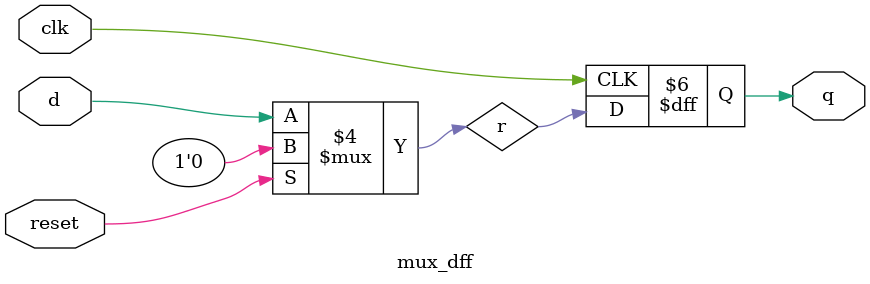
<source format=v>
module mux_dff(input reset,input d, input clk,output reg q);
reg r;
always@(d or reset)
begin
    if(reset)
      r<=0;
    else
     r<=d;
end
always@(posedge clk)
 q<=r;
 endmodule

</source>
